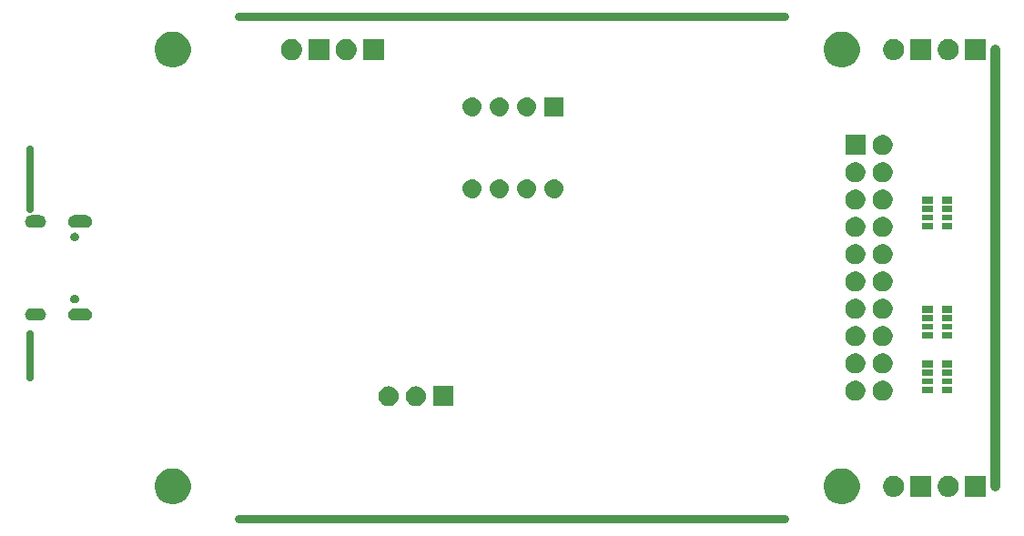
<source format=gbs>
G04 #@! TF.GenerationSoftware,KiCad,Pcbnew,5.0.2-bee76a0~70~ubuntu18.04.1*
G04 #@! TF.CreationDate,2019-06-09T10:31:05+02:00*
G04 #@! TF.ProjectId,JTAG-SWD-adapter,4b744c69-6e6b-4416-9461-707465722e6b,rev?*
G04 #@! TF.SameCoordinates,PX18392c0PY54c81a0*
G04 #@! TF.FileFunction,Soldermask,Bot*
G04 #@! TF.FilePolarity,Negative*
%FSLAX46Y46*%
G04 Gerber Fmt 4.6, Leading zero omitted, Abs format (unit mm)*
G04 Created by KiCad (PCBNEW 5.0.2-bee76a0~70~ubuntu18.04.1) date ned 09 jun 2019 10:31:05 CEST*
%MOMM*%
%LPD*%
G01*
G04 APERTURE LIST*
%ADD10C,0.700000*%
%ADD11C,0.900000*%
%ADD12C,0.780000*%
%ADD13C,0.100000*%
G04 APERTURE END LIST*
D10*
X723900Y15201900D02*
X723900Y19265900D01*
X723900Y30886400D02*
X723900Y36449000D01*
D11*
X90424000Y45720000D02*
X90424000Y5080000D01*
D12*
X70866000Y2032000D02*
X20066000Y2032000D01*
X20066000Y48768000D02*
X70866000Y48768000D01*
D13*
G36*
X76690038Y6695439D02*
X76995779Y6568797D01*
X77270938Y6384941D01*
X77504941Y6150938D01*
X77688797Y5875779D01*
X77815439Y5570038D01*
X77880000Y5245466D01*
X77880000Y4914534D01*
X77815439Y4589962D01*
X77688797Y4284221D01*
X77504941Y4009062D01*
X77270938Y3775059D01*
X76995779Y3591203D01*
X76690038Y3464561D01*
X76365466Y3400000D01*
X76034534Y3400000D01*
X75709962Y3464561D01*
X75404221Y3591203D01*
X75129062Y3775059D01*
X74895059Y4009062D01*
X74711203Y4284221D01*
X74584561Y4589962D01*
X74520000Y4914534D01*
X74520000Y5245466D01*
X74584561Y5570038D01*
X74711203Y5875779D01*
X74895059Y6150938D01*
X75129062Y6384941D01*
X75404221Y6568797D01*
X75709962Y6695439D01*
X76034534Y6760000D01*
X76365466Y6760000D01*
X76690038Y6695439D01*
X76690038Y6695439D01*
G37*
G36*
X14460038Y6695439D02*
X14765779Y6568797D01*
X15040938Y6384941D01*
X15274941Y6150938D01*
X15458797Y5875779D01*
X15585439Y5570038D01*
X15650000Y5245466D01*
X15650000Y4914534D01*
X15585439Y4589962D01*
X15458797Y4284221D01*
X15274941Y4009062D01*
X15040938Y3775059D01*
X14765779Y3591203D01*
X14460038Y3464561D01*
X14135466Y3400000D01*
X13804534Y3400000D01*
X13479962Y3464561D01*
X13174221Y3591203D01*
X12899062Y3775059D01*
X12665059Y4009062D01*
X12481203Y4284221D01*
X12354561Y4589962D01*
X12290000Y4914534D01*
X12290000Y5245466D01*
X12354561Y5570038D01*
X12481203Y5875779D01*
X12665059Y6150938D01*
X12899062Y6384941D01*
X13174221Y6568797D01*
X13479962Y6695439D01*
X13804534Y6760000D01*
X14135466Y6760000D01*
X14460038Y6695439D01*
X14460038Y6695439D01*
G37*
G36*
X81248745Y6034893D02*
X81311857Y6022339D01*
X81490204Y5948466D01*
X81598987Y5875779D01*
X81650714Y5841216D01*
X81787216Y5704714D01*
X81787217Y5704712D01*
X81894466Y5544204D01*
X81968339Y5365857D01*
X81968339Y5365856D01*
X82006000Y5176522D01*
X82006000Y4983478D01*
X81992286Y4914534D01*
X81968339Y4794143D01*
X81894466Y4615796D01*
X81877203Y4589961D01*
X81787216Y4455286D01*
X81650714Y4318784D01*
X81610313Y4291789D01*
X81490204Y4211534D01*
X81311857Y4137661D01*
X81248745Y4125107D01*
X81122522Y4100000D01*
X80929478Y4100000D01*
X80803255Y4125107D01*
X80740143Y4137661D01*
X80561796Y4211534D01*
X80441687Y4291789D01*
X80401286Y4318784D01*
X80264784Y4455286D01*
X80174797Y4589961D01*
X80157534Y4615796D01*
X80083661Y4794143D01*
X80059714Y4914534D01*
X80046000Y4983478D01*
X80046000Y5176522D01*
X80083661Y5365856D01*
X80083661Y5365857D01*
X80157534Y5544204D01*
X80264783Y5704712D01*
X80264784Y5704714D01*
X80401286Y5841216D01*
X80453013Y5875779D01*
X80561796Y5948466D01*
X80740143Y6022339D01*
X80803255Y6034893D01*
X80929478Y6060000D01*
X81122522Y6060000D01*
X81248745Y6034893D01*
X81248745Y6034893D01*
G37*
G36*
X84546000Y4100000D02*
X82586000Y4100000D01*
X82586000Y6060000D01*
X84546000Y6060000D01*
X84546000Y4100000D01*
X84546000Y4100000D01*
G37*
G36*
X89626000Y4100000D02*
X87666000Y4100000D01*
X87666000Y6060000D01*
X89626000Y6060000D01*
X89626000Y4100000D01*
X89626000Y4100000D01*
G37*
G36*
X86328745Y6034893D02*
X86391857Y6022339D01*
X86570204Y5948466D01*
X86678987Y5875779D01*
X86730714Y5841216D01*
X86867216Y5704714D01*
X86867217Y5704712D01*
X86974466Y5544204D01*
X87048339Y5365857D01*
X87048339Y5365856D01*
X87086000Y5176522D01*
X87086000Y4983478D01*
X87072286Y4914534D01*
X87048339Y4794143D01*
X86974466Y4615796D01*
X86957203Y4589961D01*
X86867216Y4455286D01*
X86730714Y4318784D01*
X86690313Y4291789D01*
X86570204Y4211534D01*
X86391857Y4137661D01*
X86328745Y4125107D01*
X86202522Y4100000D01*
X86009478Y4100000D01*
X85883255Y4125107D01*
X85820143Y4137661D01*
X85641796Y4211534D01*
X85521687Y4291789D01*
X85481286Y4318784D01*
X85344784Y4455286D01*
X85254797Y4589961D01*
X85237534Y4615796D01*
X85163661Y4794143D01*
X85139714Y4914534D01*
X85126000Y4983478D01*
X85126000Y5176522D01*
X85163661Y5365856D01*
X85163661Y5365857D01*
X85237534Y5544204D01*
X85344783Y5704712D01*
X85344784Y5704714D01*
X85481286Y5841216D01*
X85533013Y5875779D01*
X85641796Y5948466D01*
X85820143Y6022339D01*
X85883255Y6034893D01*
X86009478Y6060000D01*
X86202522Y6060000D01*
X86328745Y6034893D01*
X86328745Y6034893D01*
G37*
G36*
X40046000Y12532000D02*
X38186000Y12532000D01*
X38186000Y14392000D01*
X40046000Y14392000D01*
X40046000Y12532000D01*
X40046000Y12532000D01*
G37*
G36*
X34218312Y14378543D02*
X34393617Y14325364D01*
X34393620Y14325363D01*
X34454426Y14292861D01*
X34555180Y14239008D01*
X34696791Y14122791D01*
X34813008Y13981180D01*
X34866861Y13880426D01*
X34899363Y13819620D01*
X34899364Y13819617D01*
X34952543Y13644312D01*
X34970499Y13462000D01*
X34952543Y13279688D01*
X34899364Y13104383D01*
X34899363Y13104380D01*
X34884054Y13075739D01*
X34813008Y12942820D01*
X34696791Y12801209D01*
X34555180Y12684992D01*
X34454426Y12631139D01*
X34393620Y12598637D01*
X34393617Y12598636D01*
X34218312Y12545457D01*
X34081680Y12532000D01*
X33990320Y12532000D01*
X33853688Y12545457D01*
X33678383Y12598636D01*
X33678380Y12598637D01*
X33617574Y12631139D01*
X33516820Y12684992D01*
X33375209Y12801209D01*
X33258992Y12942820D01*
X33187946Y13075739D01*
X33172637Y13104380D01*
X33172636Y13104383D01*
X33119457Y13279688D01*
X33101501Y13462000D01*
X33119457Y13644312D01*
X33172636Y13819617D01*
X33172637Y13819620D01*
X33205139Y13880426D01*
X33258992Y13981180D01*
X33375209Y14122791D01*
X33516820Y14239008D01*
X33617574Y14292861D01*
X33678380Y14325363D01*
X33678383Y14325364D01*
X33853688Y14378543D01*
X33990320Y14392000D01*
X34081680Y14392000D01*
X34218312Y14378543D01*
X34218312Y14378543D01*
G37*
G36*
X36758312Y14378543D02*
X36933617Y14325364D01*
X36933620Y14325363D01*
X36994426Y14292861D01*
X37095180Y14239008D01*
X37236791Y14122791D01*
X37353008Y13981180D01*
X37406861Y13880426D01*
X37439363Y13819620D01*
X37439364Y13819617D01*
X37492543Y13644312D01*
X37510499Y13462000D01*
X37492543Y13279688D01*
X37439364Y13104383D01*
X37439363Y13104380D01*
X37424054Y13075739D01*
X37353008Y12942820D01*
X37236791Y12801209D01*
X37095180Y12684992D01*
X36994426Y12631139D01*
X36933620Y12598637D01*
X36933617Y12598636D01*
X36758312Y12545457D01*
X36621680Y12532000D01*
X36530320Y12532000D01*
X36393688Y12545457D01*
X36218383Y12598636D01*
X36218380Y12598637D01*
X36157574Y12631139D01*
X36056820Y12684992D01*
X35915209Y12801209D01*
X35798992Y12942820D01*
X35727946Y13075739D01*
X35712637Y13104380D01*
X35712636Y13104383D01*
X35659457Y13279688D01*
X35641501Y13462000D01*
X35659457Y13644312D01*
X35712636Y13819617D01*
X35712637Y13819620D01*
X35745139Y13880426D01*
X35798992Y13981180D01*
X35915209Y14122791D01*
X36056820Y14239008D01*
X36157574Y14292861D01*
X36218380Y14325363D01*
X36218383Y14325364D01*
X36393688Y14378543D01*
X36530320Y14392000D01*
X36621680Y14392000D01*
X36758312Y14378543D01*
X36758312Y14378543D01*
G37*
G36*
X80281271Y14864261D02*
X80450520Y14794155D01*
X80602841Y14692378D01*
X80732378Y14562841D01*
X80834155Y14410520D01*
X80904261Y14241271D01*
X80940000Y14061597D01*
X80940000Y13878403D01*
X80904261Y13698729D01*
X80834155Y13529480D01*
X80732378Y13377159D01*
X80602841Y13247622D01*
X80450520Y13145845D01*
X80281271Y13075739D01*
X80101597Y13040000D01*
X79918403Y13040000D01*
X79738729Y13075739D01*
X79569480Y13145845D01*
X79417159Y13247622D01*
X79287622Y13377159D01*
X79185845Y13529480D01*
X79115739Y13698729D01*
X79080000Y13878403D01*
X79080000Y14061597D01*
X79115739Y14241271D01*
X79185845Y14410520D01*
X79287622Y14562841D01*
X79417159Y14692378D01*
X79569480Y14794155D01*
X79738729Y14864261D01*
X79918403Y14900000D01*
X80101597Y14900000D01*
X80281271Y14864261D01*
X80281271Y14864261D01*
G37*
G36*
X77741271Y14864261D02*
X77910520Y14794155D01*
X78062841Y14692378D01*
X78192378Y14562841D01*
X78294155Y14410520D01*
X78364261Y14241271D01*
X78400000Y14061597D01*
X78400000Y13878403D01*
X78364261Y13698729D01*
X78294155Y13529480D01*
X78192378Y13377159D01*
X78062841Y13247622D01*
X77910520Y13145845D01*
X77741271Y13075739D01*
X77561597Y13040000D01*
X77378403Y13040000D01*
X77198729Y13075739D01*
X77029480Y13145845D01*
X76877159Y13247622D01*
X76747622Y13377159D01*
X76645845Y13529480D01*
X76575739Y13698729D01*
X76540000Y13878403D01*
X76540000Y14061597D01*
X76575739Y14241271D01*
X76645845Y14410520D01*
X76747622Y14562841D01*
X76877159Y14692378D01*
X77029480Y14794155D01*
X77198729Y14864261D01*
X77378403Y14900000D01*
X77561597Y14900000D01*
X77741271Y14864261D01*
X77741271Y14864261D01*
G37*
G36*
X84670000Y13710000D02*
X83710000Y13710000D01*
X83710000Y14370000D01*
X84670000Y14370000D01*
X84670000Y13710000D01*
X84670000Y13710000D01*
G37*
G36*
X86470000Y13710000D02*
X85510000Y13710000D01*
X85510000Y14370000D01*
X86470000Y14370000D01*
X86470000Y13710000D01*
X86470000Y13710000D01*
G37*
G36*
X84670000Y14560000D02*
X83710000Y14560000D01*
X83710000Y15120000D01*
X84670000Y15120000D01*
X84670000Y14560000D01*
X84670000Y14560000D01*
G37*
G36*
X86470000Y14560000D02*
X85510000Y14560000D01*
X85510000Y15120000D01*
X86470000Y15120000D01*
X86470000Y14560000D01*
X86470000Y14560000D01*
G37*
G36*
X86470000Y15360000D02*
X85510000Y15360000D01*
X85510000Y15920000D01*
X86470000Y15920000D01*
X86470000Y15360000D01*
X86470000Y15360000D01*
G37*
G36*
X84670000Y15360000D02*
X83710000Y15360000D01*
X83710000Y15920000D01*
X84670000Y15920000D01*
X84670000Y15360000D01*
X84670000Y15360000D01*
G37*
G36*
X80281271Y17404261D02*
X80450520Y17334155D01*
X80602841Y17232378D01*
X80732378Y17102841D01*
X80834155Y16950520D01*
X80904261Y16781271D01*
X80940000Y16601597D01*
X80940000Y16418403D01*
X80904261Y16238729D01*
X80834155Y16069480D01*
X80732378Y15917159D01*
X80602841Y15787622D01*
X80450520Y15685845D01*
X80281271Y15615739D01*
X80101597Y15580000D01*
X79918403Y15580000D01*
X79738729Y15615739D01*
X79569480Y15685845D01*
X79417159Y15787622D01*
X79287622Y15917159D01*
X79185845Y16069480D01*
X79115739Y16238729D01*
X79080000Y16418403D01*
X79080000Y16601597D01*
X79115739Y16781271D01*
X79185845Y16950520D01*
X79287622Y17102841D01*
X79417159Y17232378D01*
X79569480Y17334155D01*
X79738729Y17404261D01*
X79918403Y17440000D01*
X80101597Y17440000D01*
X80281271Y17404261D01*
X80281271Y17404261D01*
G37*
G36*
X77741271Y17404261D02*
X77910520Y17334155D01*
X78062841Y17232378D01*
X78192378Y17102841D01*
X78294155Y16950520D01*
X78364261Y16781271D01*
X78400000Y16601597D01*
X78400000Y16418403D01*
X78364261Y16238729D01*
X78294155Y16069480D01*
X78192378Y15917159D01*
X78062841Y15787622D01*
X77910520Y15685845D01*
X77741271Y15615739D01*
X77561597Y15580000D01*
X77378403Y15580000D01*
X77198729Y15615739D01*
X77029480Y15685845D01*
X76877159Y15787622D01*
X76747622Y15917159D01*
X76645845Y16069480D01*
X76575739Y16238729D01*
X76540000Y16418403D01*
X76540000Y16601597D01*
X76575739Y16781271D01*
X76645845Y16950520D01*
X76747622Y17102841D01*
X76877159Y17232378D01*
X77029480Y17334155D01*
X77198729Y17404261D01*
X77378403Y17440000D01*
X77561597Y17440000D01*
X77741271Y17404261D01*
X77741271Y17404261D01*
G37*
G36*
X86470000Y16110000D02*
X85510000Y16110000D01*
X85510000Y16770000D01*
X86470000Y16770000D01*
X86470000Y16110000D01*
X86470000Y16110000D01*
G37*
G36*
X84670000Y16110000D02*
X83710000Y16110000D01*
X83710000Y16770000D01*
X84670000Y16770000D01*
X84670000Y16110000D01*
X84670000Y16110000D01*
G37*
G36*
X80281271Y19944261D02*
X80450520Y19874155D01*
X80602841Y19772378D01*
X80732378Y19642841D01*
X80834155Y19490520D01*
X80904261Y19321271D01*
X80940000Y19141597D01*
X80940000Y18958403D01*
X80904261Y18778729D01*
X80834155Y18609480D01*
X80732378Y18457159D01*
X80602841Y18327622D01*
X80450520Y18225845D01*
X80281271Y18155739D01*
X80101597Y18120000D01*
X79918403Y18120000D01*
X79738729Y18155739D01*
X79569480Y18225845D01*
X79417159Y18327622D01*
X79287622Y18457159D01*
X79185845Y18609480D01*
X79115739Y18778729D01*
X79080000Y18958403D01*
X79080000Y19141597D01*
X79115739Y19321271D01*
X79185845Y19490520D01*
X79287622Y19642841D01*
X79417159Y19772378D01*
X79569480Y19874155D01*
X79738729Y19944261D01*
X79918403Y19980000D01*
X80101597Y19980000D01*
X80281271Y19944261D01*
X80281271Y19944261D01*
G37*
G36*
X77741271Y19944261D02*
X77910520Y19874155D01*
X78062841Y19772378D01*
X78192378Y19642841D01*
X78294155Y19490520D01*
X78364261Y19321271D01*
X78400000Y19141597D01*
X78400000Y18958403D01*
X78364261Y18778729D01*
X78294155Y18609480D01*
X78192378Y18457159D01*
X78062841Y18327622D01*
X77910520Y18225845D01*
X77741271Y18155739D01*
X77561597Y18120000D01*
X77378403Y18120000D01*
X77198729Y18155739D01*
X77029480Y18225845D01*
X76877159Y18327622D01*
X76747622Y18457159D01*
X76645845Y18609480D01*
X76575739Y18778729D01*
X76540000Y18958403D01*
X76540000Y19141597D01*
X76575739Y19321271D01*
X76645845Y19490520D01*
X76747622Y19642841D01*
X76877159Y19772378D01*
X77029480Y19874155D01*
X77198729Y19944261D01*
X77378403Y19980000D01*
X77561597Y19980000D01*
X77741271Y19944261D01*
X77741271Y19944261D01*
G37*
G36*
X84670000Y18790000D02*
X83710000Y18790000D01*
X83710000Y19450000D01*
X84670000Y19450000D01*
X84670000Y18790000D01*
X84670000Y18790000D01*
G37*
G36*
X86470000Y18790000D02*
X85510000Y18790000D01*
X85510000Y19450000D01*
X86470000Y19450000D01*
X86470000Y18790000D01*
X86470000Y18790000D01*
G37*
G36*
X84670000Y19640000D02*
X83710000Y19640000D01*
X83710000Y20200000D01*
X84670000Y20200000D01*
X84670000Y19640000D01*
X84670000Y19640000D01*
G37*
G36*
X86470000Y19640000D02*
X85510000Y19640000D01*
X85510000Y20200000D01*
X86470000Y20200000D01*
X86470000Y19640000D01*
X86470000Y19640000D01*
G37*
G36*
X86470000Y20440000D02*
X85510000Y20440000D01*
X85510000Y21000000D01*
X86470000Y21000000D01*
X86470000Y20440000D01*
X86470000Y20440000D01*
G37*
G36*
X84670000Y20440000D02*
X83710000Y20440000D01*
X83710000Y21000000D01*
X84670000Y21000000D01*
X84670000Y20440000D01*
X84670000Y20440000D01*
G37*
G36*
X6023700Y21651608D02*
X6023703Y21651607D01*
X6023704Y21651607D01*
X6133028Y21618444D01*
X6133030Y21618443D01*
X6233790Y21564585D01*
X6322106Y21492106D01*
X6394585Y21403790D01*
X6448443Y21303030D01*
X6481608Y21193700D01*
X6492806Y21080000D01*
X6481608Y20966300D01*
X6481607Y20966297D01*
X6481607Y20966296D01*
X6448444Y20856972D01*
X6394585Y20756210D01*
X6322106Y20667894D01*
X6233790Y20595415D01*
X6133028Y20541556D01*
X6023704Y20508393D01*
X6023703Y20508393D01*
X6023700Y20508392D01*
X5938491Y20500000D01*
X4781509Y20500000D01*
X4696300Y20508392D01*
X4696297Y20508393D01*
X4696296Y20508393D01*
X4586972Y20541556D01*
X4486210Y20595415D01*
X4397894Y20667894D01*
X4325415Y20756210D01*
X4271556Y20856972D01*
X4238393Y20966296D01*
X4238393Y20966297D01*
X4238392Y20966300D01*
X4227194Y21080000D01*
X4238392Y21193700D01*
X4271557Y21303030D01*
X4325415Y21403790D01*
X4397894Y21492106D01*
X4486210Y21564585D01*
X4586970Y21618443D01*
X4586972Y21618444D01*
X4696296Y21651607D01*
X4696297Y21651607D01*
X4696300Y21651608D01*
X4781509Y21660000D01*
X5938491Y21660000D01*
X6023700Y21651608D01*
X6023700Y21651608D01*
G37*
G36*
X1723700Y21651608D02*
X1723703Y21651607D01*
X1723704Y21651607D01*
X1833028Y21618444D01*
X1833030Y21618443D01*
X1933790Y21564585D01*
X2022106Y21492106D01*
X2094585Y21403790D01*
X2148443Y21303030D01*
X2181608Y21193700D01*
X2192806Y21080000D01*
X2181608Y20966300D01*
X2181607Y20966297D01*
X2181607Y20966296D01*
X2148444Y20856972D01*
X2094585Y20756210D01*
X2022106Y20667894D01*
X1933790Y20595415D01*
X1833028Y20541556D01*
X1723704Y20508393D01*
X1723703Y20508393D01*
X1723700Y20508392D01*
X1638491Y20500000D01*
X781509Y20500000D01*
X696300Y20508392D01*
X696297Y20508393D01*
X696296Y20508393D01*
X586972Y20541556D01*
X486210Y20595415D01*
X397894Y20667894D01*
X325415Y20756210D01*
X271556Y20856972D01*
X238393Y20966296D01*
X238393Y20966297D01*
X238392Y20966300D01*
X227194Y21080000D01*
X238392Y21193700D01*
X271557Y21303030D01*
X325415Y21403790D01*
X397894Y21492106D01*
X486210Y21564585D01*
X586970Y21618443D01*
X586972Y21618444D01*
X696296Y21651607D01*
X696297Y21651607D01*
X696300Y21651608D01*
X781509Y21660000D01*
X1638491Y21660000D01*
X1723700Y21651608D01*
X1723700Y21651608D01*
G37*
G36*
X80281271Y22484261D02*
X80450520Y22414155D01*
X80602841Y22312378D01*
X80732378Y22182841D01*
X80834155Y22030520D01*
X80904261Y21861271D01*
X80940000Y21681597D01*
X80940000Y21498403D01*
X80904261Y21318729D01*
X80834155Y21149480D01*
X80732378Y20997159D01*
X80602841Y20867622D01*
X80450520Y20765845D01*
X80281271Y20695739D01*
X80101597Y20660000D01*
X79918403Y20660000D01*
X79738729Y20695739D01*
X79569480Y20765845D01*
X79417159Y20867622D01*
X79287622Y20997159D01*
X79185845Y21149480D01*
X79115739Y21318729D01*
X79080000Y21498403D01*
X79080000Y21681597D01*
X79115739Y21861271D01*
X79185845Y22030520D01*
X79287622Y22182841D01*
X79417159Y22312378D01*
X79569480Y22414155D01*
X79738729Y22484261D01*
X79918403Y22520000D01*
X80101597Y22520000D01*
X80281271Y22484261D01*
X80281271Y22484261D01*
G37*
G36*
X77741271Y22484261D02*
X77910520Y22414155D01*
X78062841Y22312378D01*
X78192378Y22182841D01*
X78294155Y22030520D01*
X78364261Y21861271D01*
X78400000Y21681597D01*
X78400000Y21498403D01*
X78364261Y21318729D01*
X78294155Y21149480D01*
X78192378Y20997159D01*
X78062841Y20867622D01*
X77910520Y20765845D01*
X77741271Y20695739D01*
X77561597Y20660000D01*
X77378403Y20660000D01*
X77198729Y20695739D01*
X77029480Y20765845D01*
X76877159Y20867622D01*
X76747622Y20997159D01*
X76645845Y21149480D01*
X76575739Y21318729D01*
X76540000Y21498403D01*
X76540000Y21681597D01*
X76575739Y21861271D01*
X76645845Y22030520D01*
X76747622Y22182841D01*
X76877159Y22312378D01*
X77029480Y22414155D01*
X77198729Y22484261D01*
X77378403Y22520000D01*
X77561597Y22520000D01*
X77741271Y22484261D01*
X77741271Y22484261D01*
G37*
G36*
X84670000Y21190000D02*
X83710000Y21190000D01*
X83710000Y21850000D01*
X84670000Y21850000D01*
X84670000Y21190000D01*
X84670000Y21190000D01*
G37*
G36*
X86470000Y21190000D02*
X85510000Y21190000D01*
X85510000Y21850000D01*
X86470000Y21850000D01*
X86470000Y21190000D01*
X86470000Y21190000D01*
G37*
G36*
X4952052Y22904624D02*
X4978135Y22899436D01*
X5051840Y22868907D01*
X5118173Y22824584D01*
X5174584Y22768173D01*
X5218907Y22701840D01*
X5249436Y22628134D01*
X5265000Y22549889D01*
X5265000Y22470111D01*
X5249436Y22391866D01*
X5218907Y22318160D01*
X5174584Y22251827D01*
X5118173Y22195416D01*
X5099353Y22182841D01*
X5051840Y22151093D01*
X4978135Y22120564D01*
X4952052Y22115376D01*
X4899889Y22105000D01*
X4820111Y22105000D01*
X4767948Y22115376D01*
X4741865Y22120564D01*
X4668160Y22151093D01*
X4620647Y22182841D01*
X4601827Y22195416D01*
X4545416Y22251827D01*
X4501093Y22318160D01*
X4470564Y22391866D01*
X4455000Y22470111D01*
X4455000Y22549889D01*
X4470564Y22628134D01*
X4501093Y22701840D01*
X4545416Y22768173D01*
X4601827Y22824584D01*
X4668160Y22868907D01*
X4741865Y22899436D01*
X4767948Y22904624D01*
X4820111Y22915000D01*
X4899889Y22915000D01*
X4952052Y22904624D01*
X4952052Y22904624D01*
G37*
G36*
X80281271Y25024261D02*
X80450520Y24954155D01*
X80602841Y24852378D01*
X80732378Y24722841D01*
X80834155Y24570520D01*
X80904261Y24401271D01*
X80940000Y24221597D01*
X80940000Y24038403D01*
X80904261Y23858729D01*
X80834155Y23689480D01*
X80732378Y23537159D01*
X80602841Y23407622D01*
X80450520Y23305845D01*
X80281271Y23235739D01*
X80101597Y23200000D01*
X79918403Y23200000D01*
X79738729Y23235739D01*
X79569480Y23305845D01*
X79417159Y23407622D01*
X79287622Y23537159D01*
X79185845Y23689480D01*
X79115739Y23858729D01*
X79080000Y24038403D01*
X79080000Y24221597D01*
X79115739Y24401271D01*
X79185845Y24570520D01*
X79287622Y24722841D01*
X79417159Y24852378D01*
X79569480Y24954155D01*
X79738729Y25024261D01*
X79918403Y25060000D01*
X80101597Y25060000D01*
X80281271Y25024261D01*
X80281271Y25024261D01*
G37*
G36*
X77741271Y25024261D02*
X77910520Y24954155D01*
X78062841Y24852378D01*
X78192378Y24722841D01*
X78294155Y24570520D01*
X78364261Y24401271D01*
X78400000Y24221597D01*
X78400000Y24038403D01*
X78364261Y23858729D01*
X78294155Y23689480D01*
X78192378Y23537159D01*
X78062841Y23407622D01*
X77910520Y23305845D01*
X77741271Y23235739D01*
X77561597Y23200000D01*
X77378403Y23200000D01*
X77198729Y23235739D01*
X77029480Y23305845D01*
X76877159Y23407622D01*
X76747622Y23537159D01*
X76645845Y23689480D01*
X76575739Y23858729D01*
X76540000Y24038403D01*
X76540000Y24221597D01*
X76575739Y24401271D01*
X76645845Y24570520D01*
X76747622Y24722841D01*
X76877159Y24852378D01*
X77029480Y24954155D01*
X77198729Y25024261D01*
X77378403Y25060000D01*
X77561597Y25060000D01*
X77741271Y25024261D01*
X77741271Y25024261D01*
G37*
G36*
X80281271Y27564261D02*
X80450520Y27494155D01*
X80602841Y27392378D01*
X80732378Y27262841D01*
X80834155Y27110520D01*
X80904261Y26941271D01*
X80940000Y26761597D01*
X80940000Y26578403D01*
X80904261Y26398729D01*
X80834155Y26229480D01*
X80732378Y26077159D01*
X80602841Y25947622D01*
X80450520Y25845845D01*
X80281271Y25775739D01*
X80101597Y25740000D01*
X79918403Y25740000D01*
X79738729Y25775739D01*
X79569480Y25845845D01*
X79417159Y25947622D01*
X79287622Y26077159D01*
X79185845Y26229480D01*
X79115739Y26398729D01*
X79080000Y26578403D01*
X79080000Y26761597D01*
X79115739Y26941271D01*
X79185845Y27110520D01*
X79287622Y27262841D01*
X79417159Y27392378D01*
X79569480Y27494155D01*
X79738729Y27564261D01*
X79918403Y27600000D01*
X80101597Y27600000D01*
X80281271Y27564261D01*
X80281271Y27564261D01*
G37*
G36*
X77741271Y27564261D02*
X77910520Y27494155D01*
X78062841Y27392378D01*
X78192378Y27262841D01*
X78294155Y27110520D01*
X78364261Y26941271D01*
X78400000Y26761597D01*
X78400000Y26578403D01*
X78364261Y26398729D01*
X78294155Y26229480D01*
X78192378Y26077159D01*
X78062841Y25947622D01*
X77910520Y25845845D01*
X77741271Y25775739D01*
X77561597Y25740000D01*
X77378403Y25740000D01*
X77198729Y25775739D01*
X77029480Y25845845D01*
X76877159Y25947622D01*
X76747622Y26077159D01*
X76645845Y26229480D01*
X76575739Y26398729D01*
X76540000Y26578403D01*
X76540000Y26761597D01*
X76575739Y26941271D01*
X76645845Y27110520D01*
X76747622Y27262841D01*
X76877159Y27392378D01*
X77029480Y27494155D01*
X77198729Y27564261D01*
X77378403Y27600000D01*
X77561597Y27600000D01*
X77741271Y27564261D01*
X77741271Y27564261D01*
G37*
G36*
X4952052Y28684624D02*
X4978135Y28679436D01*
X5051840Y28648907D01*
X5118173Y28604584D01*
X5174584Y28548173D01*
X5218907Y28481840D01*
X5249436Y28408134D01*
X5265000Y28329889D01*
X5265000Y28250111D01*
X5249436Y28171866D01*
X5218907Y28098160D01*
X5174584Y28031827D01*
X5118173Y27975416D01*
X5051840Y27931093D01*
X4978135Y27900564D01*
X4952052Y27895376D01*
X4899889Y27885000D01*
X4820111Y27885000D01*
X4767948Y27895376D01*
X4741865Y27900564D01*
X4668160Y27931093D01*
X4601827Y27975416D01*
X4545416Y28031827D01*
X4501093Y28098160D01*
X4470564Y28171866D01*
X4455000Y28250111D01*
X4455000Y28329889D01*
X4470564Y28408134D01*
X4501093Y28481840D01*
X4545416Y28548173D01*
X4601827Y28604584D01*
X4668160Y28648907D01*
X4741865Y28679436D01*
X4767948Y28684624D01*
X4820111Y28695000D01*
X4899889Y28695000D01*
X4952052Y28684624D01*
X4952052Y28684624D01*
G37*
G36*
X77741271Y30104261D02*
X77910520Y30034155D01*
X78062841Y29932378D01*
X78192378Y29802841D01*
X78294155Y29650520D01*
X78364261Y29481271D01*
X78400000Y29301597D01*
X78400000Y29118403D01*
X78364261Y28938729D01*
X78294155Y28769480D01*
X78192378Y28617159D01*
X78062841Y28487622D01*
X77910520Y28385845D01*
X77741271Y28315739D01*
X77561597Y28280000D01*
X77378403Y28280000D01*
X77198729Y28315739D01*
X77029480Y28385845D01*
X76877159Y28487622D01*
X76747622Y28617159D01*
X76645845Y28769480D01*
X76575739Y28938729D01*
X76540000Y29118403D01*
X76540000Y29301597D01*
X76575739Y29481271D01*
X76645845Y29650520D01*
X76747622Y29802841D01*
X76877159Y29932378D01*
X77029480Y30034155D01*
X77198729Y30104261D01*
X77378403Y30140000D01*
X77561597Y30140000D01*
X77741271Y30104261D01*
X77741271Y30104261D01*
G37*
G36*
X80281271Y30104261D02*
X80450520Y30034155D01*
X80602841Y29932378D01*
X80732378Y29802841D01*
X80834155Y29650520D01*
X80904261Y29481271D01*
X80940000Y29301597D01*
X80940000Y29118403D01*
X80904261Y28938729D01*
X80834155Y28769480D01*
X80732378Y28617159D01*
X80602841Y28487622D01*
X80450520Y28385845D01*
X80281271Y28315739D01*
X80101597Y28280000D01*
X79918403Y28280000D01*
X79738729Y28315739D01*
X79569480Y28385845D01*
X79417159Y28487622D01*
X79287622Y28617159D01*
X79185845Y28769480D01*
X79115739Y28938729D01*
X79080000Y29118403D01*
X79080000Y29301597D01*
X79115739Y29481271D01*
X79185845Y29650520D01*
X79287622Y29802841D01*
X79417159Y29932378D01*
X79569480Y30034155D01*
X79738729Y30104261D01*
X79918403Y30140000D01*
X80101597Y30140000D01*
X80281271Y30104261D01*
X80281271Y30104261D01*
G37*
G36*
X84670000Y28950000D02*
X83710000Y28950000D01*
X83710000Y29610000D01*
X84670000Y29610000D01*
X84670000Y28950000D01*
X84670000Y28950000D01*
G37*
G36*
X86470000Y28950000D02*
X85510000Y28950000D01*
X85510000Y29610000D01*
X86470000Y29610000D01*
X86470000Y28950000D01*
X86470000Y28950000D01*
G37*
G36*
X6023700Y30291608D02*
X6023703Y30291607D01*
X6023704Y30291607D01*
X6133028Y30258444D01*
X6233790Y30204585D01*
X6322106Y30132106D01*
X6394585Y30043790D01*
X6448444Y29943028D01*
X6481607Y29833704D01*
X6481608Y29833700D01*
X6492806Y29720000D01*
X6481608Y29606300D01*
X6481607Y29606297D01*
X6481607Y29606296D01*
X6448444Y29496972D01*
X6394585Y29396210D01*
X6322106Y29307894D01*
X6233790Y29235415D01*
X6133028Y29181556D01*
X6023704Y29148393D01*
X6023703Y29148393D01*
X6023700Y29148392D01*
X5938491Y29140000D01*
X4781509Y29140000D01*
X4696300Y29148392D01*
X4696297Y29148393D01*
X4696296Y29148393D01*
X4586972Y29181556D01*
X4486210Y29235415D01*
X4397894Y29307894D01*
X4325415Y29396210D01*
X4271556Y29496972D01*
X4238393Y29606296D01*
X4238393Y29606297D01*
X4238392Y29606300D01*
X4227194Y29720000D01*
X4238392Y29833700D01*
X4238393Y29833704D01*
X4271556Y29943028D01*
X4325415Y30043790D01*
X4397894Y30132106D01*
X4486210Y30204585D01*
X4586972Y30258444D01*
X4696296Y30291607D01*
X4696297Y30291607D01*
X4696300Y30291608D01*
X4781509Y30300000D01*
X5938491Y30300000D01*
X6023700Y30291608D01*
X6023700Y30291608D01*
G37*
G36*
X1723700Y30291608D02*
X1723703Y30291607D01*
X1723704Y30291607D01*
X1833028Y30258444D01*
X1933790Y30204585D01*
X2022106Y30132106D01*
X2094585Y30043790D01*
X2148444Y29943028D01*
X2181607Y29833704D01*
X2181608Y29833700D01*
X2192806Y29720000D01*
X2181608Y29606300D01*
X2181607Y29606297D01*
X2181607Y29606296D01*
X2148444Y29496972D01*
X2094585Y29396210D01*
X2022106Y29307894D01*
X1933790Y29235415D01*
X1833028Y29181556D01*
X1723704Y29148393D01*
X1723703Y29148393D01*
X1723700Y29148392D01*
X1638491Y29140000D01*
X781509Y29140000D01*
X696300Y29148392D01*
X696297Y29148393D01*
X696296Y29148393D01*
X586972Y29181556D01*
X486210Y29235415D01*
X397894Y29307894D01*
X325415Y29396210D01*
X271556Y29496972D01*
X238393Y29606296D01*
X238393Y29606297D01*
X238392Y29606300D01*
X227194Y29720000D01*
X238392Y29833700D01*
X238393Y29833704D01*
X271556Y29943028D01*
X325415Y30043790D01*
X397894Y30132106D01*
X486210Y30204585D01*
X586972Y30258444D01*
X696296Y30291607D01*
X696297Y30291607D01*
X696300Y30291608D01*
X781509Y30300000D01*
X1638491Y30300000D01*
X1723700Y30291608D01*
X1723700Y30291608D01*
G37*
G36*
X86470000Y29800000D02*
X85510000Y29800000D01*
X85510000Y30360000D01*
X86470000Y30360000D01*
X86470000Y29800000D01*
X86470000Y29800000D01*
G37*
G36*
X84670000Y29800000D02*
X83710000Y29800000D01*
X83710000Y30360000D01*
X84670000Y30360000D01*
X84670000Y29800000D01*
X84670000Y29800000D01*
G37*
G36*
X86470000Y30600000D02*
X85510000Y30600000D01*
X85510000Y31160000D01*
X86470000Y31160000D01*
X86470000Y30600000D01*
X86470000Y30600000D01*
G37*
G36*
X84670000Y30600000D02*
X83710000Y30600000D01*
X83710000Y31160000D01*
X84670000Y31160000D01*
X84670000Y30600000D01*
X84670000Y30600000D01*
G37*
G36*
X80281271Y32644261D02*
X80450520Y32574155D01*
X80602841Y32472378D01*
X80732378Y32342841D01*
X80834155Y32190520D01*
X80904261Y32021271D01*
X80940000Y31841597D01*
X80940000Y31658403D01*
X80904261Y31478729D01*
X80834155Y31309480D01*
X80732378Y31157159D01*
X80602841Y31027622D01*
X80450520Y30925845D01*
X80281271Y30855739D01*
X80101597Y30820000D01*
X79918403Y30820000D01*
X79738729Y30855739D01*
X79569480Y30925845D01*
X79417159Y31027622D01*
X79287622Y31157159D01*
X79185845Y31309480D01*
X79115739Y31478729D01*
X79080000Y31658403D01*
X79080000Y31841597D01*
X79115739Y32021271D01*
X79185845Y32190520D01*
X79287622Y32342841D01*
X79417159Y32472378D01*
X79569480Y32574155D01*
X79738729Y32644261D01*
X79918403Y32680000D01*
X80101597Y32680000D01*
X80281271Y32644261D01*
X80281271Y32644261D01*
G37*
G36*
X77741271Y32644261D02*
X77910520Y32574155D01*
X78062841Y32472378D01*
X78192378Y32342841D01*
X78294155Y32190520D01*
X78364261Y32021271D01*
X78400000Y31841597D01*
X78400000Y31658403D01*
X78364261Y31478729D01*
X78294155Y31309480D01*
X78192378Y31157159D01*
X78062841Y31027622D01*
X77910520Y30925845D01*
X77741271Y30855739D01*
X77561597Y30820000D01*
X77378403Y30820000D01*
X77198729Y30855739D01*
X77029480Y30925845D01*
X76877159Y31027622D01*
X76747622Y31157159D01*
X76645845Y31309480D01*
X76575739Y31478729D01*
X76540000Y31658403D01*
X76540000Y31841597D01*
X76575739Y32021271D01*
X76645845Y32190520D01*
X76747622Y32342841D01*
X76877159Y32472378D01*
X77029480Y32574155D01*
X77198729Y32644261D01*
X77378403Y32680000D01*
X77561597Y32680000D01*
X77741271Y32644261D01*
X77741271Y32644261D01*
G37*
G36*
X84670000Y31350000D02*
X83710000Y31350000D01*
X83710000Y32010000D01*
X84670000Y32010000D01*
X84670000Y31350000D01*
X84670000Y31350000D01*
G37*
G36*
X86470000Y31350000D02*
X85510000Y31350000D01*
X85510000Y32010000D01*
X86470000Y32010000D01*
X86470000Y31350000D01*
X86470000Y31350000D01*
G37*
G36*
X41991070Y33640626D02*
X42156951Y33590307D01*
X42309827Y33508593D01*
X42443824Y33398624D01*
X42553793Y33264627D01*
X42635507Y33111751D01*
X42685826Y32945870D01*
X42702817Y32773360D01*
X42685826Y32600850D01*
X42635507Y32434969D01*
X42553793Y32282093D01*
X42443824Y32148096D01*
X42309827Y32038127D01*
X42156951Y31956413D01*
X41991070Y31906094D01*
X41861781Y31893360D01*
X41775339Y31893360D01*
X41646050Y31906094D01*
X41480169Y31956413D01*
X41327293Y32038127D01*
X41193296Y32148096D01*
X41083327Y32282093D01*
X41001613Y32434969D01*
X40951294Y32600850D01*
X40934303Y32773360D01*
X40951294Y32945870D01*
X41001613Y33111751D01*
X41083327Y33264627D01*
X41193296Y33398624D01*
X41327293Y33508593D01*
X41480169Y33590307D01*
X41646050Y33640626D01*
X41775339Y33653360D01*
X41861781Y33653360D01*
X41991070Y33640626D01*
X41991070Y33640626D01*
G37*
G36*
X47071070Y33640626D02*
X47236951Y33590307D01*
X47389827Y33508593D01*
X47523824Y33398624D01*
X47633793Y33264627D01*
X47715507Y33111751D01*
X47765826Y32945870D01*
X47782817Y32773360D01*
X47765826Y32600850D01*
X47715507Y32434969D01*
X47633793Y32282093D01*
X47523824Y32148096D01*
X47389827Y32038127D01*
X47236951Y31956413D01*
X47071070Y31906094D01*
X46941781Y31893360D01*
X46855339Y31893360D01*
X46726050Y31906094D01*
X46560169Y31956413D01*
X46407293Y32038127D01*
X46273296Y32148096D01*
X46163327Y32282093D01*
X46081613Y32434969D01*
X46031294Y32600850D01*
X46014303Y32773360D01*
X46031294Y32945870D01*
X46081613Y33111751D01*
X46163327Y33264627D01*
X46273296Y33398624D01*
X46407293Y33508593D01*
X46560169Y33590307D01*
X46726050Y33640626D01*
X46855339Y33653360D01*
X46941781Y33653360D01*
X47071070Y33640626D01*
X47071070Y33640626D01*
G37*
G36*
X44531070Y33640626D02*
X44696951Y33590307D01*
X44849827Y33508593D01*
X44983824Y33398624D01*
X45093793Y33264627D01*
X45175507Y33111751D01*
X45225826Y32945870D01*
X45242817Y32773360D01*
X45225826Y32600850D01*
X45175507Y32434969D01*
X45093793Y32282093D01*
X44983824Y32148096D01*
X44849827Y32038127D01*
X44696951Y31956413D01*
X44531070Y31906094D01*
X44401781Y31893360D01*
X44315339Y31893360D01*
X44186050Y31906094D01*
X44020169Y31956413D01*
X43867293Y32038127D01*
X43733296Y32148096D01*
X43623327Y32282093D01*
X43541613Y32434969D01*
X43491294Y32600850D01*
X43474303Y32773360D01*
X43491294Y32945870D01*
X43541613Y33111751D01*
X43623327Y33264627D01*
X43733296Y33398624D01*
X43867293Y33508593D01*
X44020169Y33590307D01*
X44186050Y33640626D01*
X44315339Y33653360D01*
X44401781Y33653360D01*
X44531070Y33640626D01*
X44531070Y33640626D01*
G37*
G36*
X49611070Y33640626D02*
X49776951Y33590307D01*
X49929827Y33508593D01*
X50063824Y33398624D01*
X50173793Y33264627D01*
X50255507Y33111751D01*
X50305826Y32945870D01*
X50322817Y32773360D01*
X50305826Y32600850D01*
X50255507Y32434969D01*
X50173793Y32282093D01*
X50063824Y32148096D01*
X49929827Y32038127D01*
X49776951Y31956413D01*
X49611070Y31906094D01*
X49481781Y31893360D01*
X49395339Y31893360D01*
X49266050Y31906094D01*
X49100169Y31956413D01*
X48947293Y32038127D01*
X48813296Y32148096D01*
X48703327Y32282093D01*
X48621613Y32434969D01*
X48571294Y32600850D01*
X48554303Y32773360D01*
X48571294Y32945870D01*
X48621613Y33111751D01*
X48703327Y33264627D01*
X48813296Y33398624D01*
X48947293Y33508593D01*
X49100169Y33590307D01*
X49266050Y33640626D01*
X49395339Y33653360D01*
X49481781Y33653360D01*
X49611070Y33640626D01*
X49611070Y33640626D01*
G37*
G36*
X80281271Y35184261D02*
X80450520Y35114155D01*
X80602841Y35012378D01*
X80732378Y34882841D01*
X80834155Y34730520D01*
X80904261Y34561271D01*
X80940000Y34381597D01*
X80940000Y34198403D01*
X80904261Y34018729D01*
X80834155Y33849480D01*
X80732378Y33697159D01*
X80602841Y33567622D01*
X80450520Y33465845D01*
X80281271Y33395739D01*
X80101597Y33360000D01*
X79918403Y33360000D01*
X79738729Y33395739D01*
X79569480Y33465845D01*
X79417159Y33567622D01*
X79287622Y33697159D01*
X79185845Y33849480D01*
X79115739Y34018729D01*
X79080000Y34198403D01*
X79080000Y34381597D01*
X79115739Y34561271D01*
X79185845Y34730520D01*
X79287622Y34882841D01*
X79417159Y35012378D01*
X79569480Y35114155D01*
X79738729Y35184261D01*
X79918403Y35220000D01*
X80101597Y35220000D01*
X80281271Y35184261D01*
X80281271Y35184261D01*
G37*
G36*
X77741271Y35184261D02*
X77910520Y35114155D01*
X78062841Y35012378D01*
X78192378Y34882841D01*
X78294155Y34730520D01*
X78364261Y34561271D01*
X78400000Y34381597D01*
X78400000Y34198403D01*
X78364261Y34018729D01*
X78294155Y33849480D01*
X78192378Y33697159D01*
X78062841Y33567622D01*
X77910520Y33465845D01*
X77741271Y33395739D01*
X77561597Y33360000D01*
X77378403Y33360000D01*
X77198729Y33395739D01*
X77029480Y33465845D01*
X76877159Y33567622D01*
X76747622Y33697159D01*
X76645845Y33849480D01*
X76575739Y34018729D01*
X76540000Y34198403D01*
X76540000Y34381597D01*
X76575739Y34561271D01*
X76645845Y34730520D01*
X76747622Y34882841D01*
X76877159Y35012378D01*
X77029480Y35114155D01*
X77198729Y35184261D01*
X77378403Y35220000D01*
X77561597Y35220000D01*
X77741271Y35184261D01*
X77741271Y35184261D01*
G37*
G36*
X80281271Y37724261D02*
X80450520Y37654155D01*
X80602841Y37552378D01*
X80732378Y37422841D01*
X80834155Y37270520D01*
X80904261Y37101271D01*
X80940000Y36921597D01*
X80940000Y36738403D01*
X80904261Y36558729D01*
X80834155Y36389480D01*
X80732378Y36237159D01*
X80602841Y36107622D01*
X80450520Y36005845D01*
X80281271Y35935739D01*
X80101597Y35900000D01*
X79918403Y35900000D01*
X79738729Y35935739D01*
X79569480Y36005845D01*
X79417159Y36107622D01*
X79287622Y36237159D01*
X79185845Y36389480D01*
X79115739Y36558729D01*
X79080000Y36738403D01*
X79080000Y36921597D01*
X79115739Y37101271D01*
X79185845Y37270520D01*
X79287622Y37422841D01*
X79417159Y37552378D01*
X79569480Y37654155D01*
X79738729Y37724261D01*
X79918403Y37760000D01*
X80101597Y37760000D01*
X80281271Y37724261D01*
X80281271Y37724261D01*
G37*
G36*
X78400000Y35900000D02*
X76540000Y35900000D01*
X76540000Y37760000D01*
X78400000Y37760000D01*
X78400000Y35900000D01*
X78400000Y35900000D01*
G37*
G36*
X50318560Y39513360D02*
X48558560Y39513360D01*
X48558560Y41273360D01*
X50318560Y41273360D01*
X50318560Y39513360D01*
X50318560Y39513360D01*
G37*
G36*
X47071070Y41260626D02*
X47236951Y41210307D01*
X47389827Y41128593D01*
X47523824Y41018624D01*
X47633793Y40884627D01*
X47715507Y40731751D01*
X47765826Y40565870D01*
X47782817Y40393360D01*
X47765826Y40220850D01*
X47715507Y40054969D01*
X47633793Y39902093D01*
X47523824Y39768096D01*
X47389827Y39658127D01*
X47236951Y39576413D01*
X47071070Y39526094D01*
X46941781Y39513360D01*
X46855339Y39513360D01*
X46726050Y39526094D01*
X46560169Y39576413D01*
X46407293Y39658127D01*
X46273296Y39768096D01*
X46163327Y39902093D01*
X46081613Y40054969D01*
X46031294Y40220850D01*
X46014303Y40393360D01*
X46031294Y40565870D01*
X46081613Y40731751D01*
X46163327Y40884627D01*
X46273296Y41018624D01*
X46407293Y41128593D01*
X46560169Y41210307D01*
X46726050Y41260626D01*
X46855339Y41273360D01*
X46941781Y41273360D01*
X47071070Y41260626D01*
X47071070Y41260626D01*
G37*
G36*
X44531070Y41260626D02*
X44696951Y41210307D01*
X44849827Y41128593D01*
X44983824Y41018624D01*
X45093793Y40884627D01*
X45175507Y40731751D01*
X45225826Y40565870D01*
X45242817Y40393360D01*
X45225826Y40220850D01*
X45175507Y40054969D01*
X45093793Y39902093D01*
X44983824Y39768096D01*
X44849827Y39658127D01*
X44696951Y39576413D01*
X44531070Y39526094D01*
X44401781Y39513360D01*
X44315339Y39513360D01*
X44186050Y39526094D01*
X44020169Y39576413D01*
X43867293Y39658127D01*
X43733296Y39768096D01*
X43623327Y39902093D01*
X43541613Y40054969D01*
X43491294Y40220850D01*
X43474303Y40393360D01*
X43491294Y40565870D01*
X43541613Y40731751D01*
X43623327Y40884627D01*
X43733296Y41018624D01*
X43867293Y41128593D01*
X44020169Y41210307D01*
X44186050Y41260626D01*
X44315339Y41273360D01*
X44401781Y41273360D01*
X44531070Y41260626D01*
X44531070Y41260626D01*
G37*
G36*
X41991070Y41260626D02*
X42156951Y41210307D01*
X42309827Y41128593D01*
X42443824Y41018624D01*
X42553793Y40884627D01*
X42635507Y40731751D01*
X42685826Y40565870D01*
X42702817Y40393360D01*
X42685826Y40220850D01*
X42635507Y40054969D01*
X42553793Y39902093D01*
X42443824Y39768096D01*
X42309827Y39658127D01*
X42156951Y39576413D01*
X41991070Y39526094D01*
X41861781Y39513360D01*
X41775339Y39513360D01*
X41646050Y39526094D01*
X41480169Y39576413D01*
X41327293Y39658127D01*
X41193296Y39768096D01*
X41083327Y39902093D01*
X41001613Y40054969D01*
X40951294Y40220850D01*
X40934303Y40393360D01*
X40951294Y40565870D01*
X41001613Y40731751D01*
X41083327Y40884627D01*
X41193296Y41018624D01*
X41327293Y41128593D01*
X41480169Y41210307D01*
X41646050Y41260626D01*
X41775339Y41273360D01*
X41861781Y41273360D01*
X41991070Y41260626D01*
X41991070Y41260626D01*
G37*
G36*
X14460038Y47335439D02*
X14765779Y47208797D01*
X15040938Y47024941D01*
X15274941Y46790938D01*
X15458797Y46515779D01*
X15585439Y46210038D01*
X15650000Y45885466D01*
X15650000Y45554534D01*
X15585439Y45229962D01*
X15458797Y44924221D01*
X15274941Y44649062D01*
X15040938Y44415059D01*
X14765779Y44231203D01*
X14460038Y44104561D01*
X14135466Y44040000D01*
X13804534Y44040000D01*
X13479962Y44104561D01*
X13174221Y44231203D01*
X12899062Y44415059D01*
X12665059Y44649062D01*
X12481203Y44924221D01*
X12354561Y45229962D01*
X12290000Y45554534D01*
X12290000Y45885466D01*
X12354561Y46210038D01*
X12481203Y46515779D01*
X12665059Y46790938D01*
X12899062Y47024941D01*
X13174221Y47208797D01*
X13479962Y47335439D01*
X13804534Y47400000D01*
X14135466Y47400000D01*
X14460038Y47335439D01*
X14460038Y47335439D01*
G37*
G36*
X76690038Y47335439D02*
X76995779Y47208797D01*
X77270938Y47024941D01*
X77504941Y46790938D01*
X77688797Y46515779D01*
X77815439Y46210038D01*
X77880000Y45885466D01*
X77880000Y45554534D01*
X77815439Y45229962D01*
X77688797Y44924221D01*
X77504941Y44649062D01*
X77270938Y44415059D01*
X76995779Y44231203D01*
X76690038Y44104561D01*
X76365466Y44040000D01*
X76034534Y44040000D01*
X75709962Y44104561D01*
X75404221Y44231203D01*
X75129062Y44415059D01*
X74895059Y44649062D01*
X74711203Y44924221D01*
X74584561Y45229962D01*
X74520000Y45554534D01*
X74520000Y45885466D01*
X74584561Y46210038D01*
X74711203Y46515779D01*
X74895059Y46790938D01*
X75129062Y47024941D01*
X75404221Y47208797D01*
X75709962Y47335439D01*
X76034534Y47400000D01*
X76365466Y47400000D01*
X76690038Y47335439D01*
X76690038Y47335439D01*
G37*
G36*
X28546000Y44727300D02*
X26586000Y44727300D01*
X26586000Y46687300D01*
X28546000Y46687300D01*
X28546000Y44727300D01*
X28546000Y44727300D01*
G37*
G36*
X25248009Y46662339D02*
X25311857Y46649639D01*
X25490204Y46575766D01*
X25610313Y46495511D01*
X25650714Y46468516D01*
X25787216Y46332014D01*
X25787217Y46332012D01*
X25894466Y46171504D01*
X25968339Y45993157D01*
X25968339Y45993156D01*
X26003474Y45816522D01*
X26006000Y45803820D01*
X26006000Y45610780D01*
X25968339Y45421443D01*
X25894466Y45243096D01*
X25885689Y45229961D01*
X25787216Y45082586D01*
X25650714Y44946084D01*
X25617995Y44924222D01*
X25490204Y44838834D01*
X25311857Y44764961D01*
X25248745Y44752407D01*
X25122522Y44727300D01*
X24929478Y44727300D01*
X24803255Y44752407D01*
X24740143Y44764961D01*
X24561796Y44838834D01*
X24434005Y44924222D01*
X24401286Y44946084D01*
X24264784Y45082586D01*
X24166311Y45229961D01*
X24157534Y45243096D01*
X24083661Y45421443D01*
X24046000Y45610780D01*
X24046000Y45803820D01*
X24048527Y45816522D01*
X24083661Y45993156D01*
X24083661Y45993157D01*
X24157534Y46171504D01*
X24264783Y46332012D01*
X24264784Y46332014D01*
X24401286Y46468516D01*
X24441687Y46495511D01*
X24561796Y46575766D01*
X24740143Y46649639D01*
X24803991Y46662339D01*
X24929478Y46687300D01*
X25122522Y46687300D01*
X25248009Y46662339D01*
X25248009Y46662339D01*
G37*
G36*
X30328009Y46662339D02*
X30391857Y46649639D01*
X30570204Y46575766D01*
X30690313Y46495511D01*
X30730714Y46468516D01*
X30867216Y46332014D01*
X30867217Y46332012D01*
X30974466Y46171504D01*
X31048339Y45993157D01*
X31048339Y45993156D01*
X31083474Y45816522D01*
X31086000Y45803820D01*
X31086000Y45610780D01*
X31048339Y45421443D01*
X30974466Y45243096D01*
X30965689Y45229961D01*
X30867216Y45082586D01*
X30730714Y44946084D01*
X30697995Y44924222D01*
X30570204Y44838834D01*
X30391857Y44764961D01*
X30328745Y44752407D01*
X30202522Y44727300D01*
X30009478Y44727300D01*
X29883255Y44752407D01*
X29820143Y44764961D01*
X29641796Y44838834D01*
X29514005Y44924222D01*
X29481286Y44946084D01*
X29344784Y45082586D01*
X29246311Y45229961D01*
X29237534Y45243096D01*
X29163661Y45421443D01*
X29126000Y45610780D01*
X29126000Y45803820D01*
X29128527Y45816522D01*
X29163661Y45993156D01*
X29163661Y45993157D01*
X29237534Y46171504D01*
X29344783Y46332012D01*
X29344784Y46332014D01*
X29481286Y46468516D01*
X29521687Y46495511D01*
X29641796Y46575766D01*
X29820143Y46649639D01*
X29883991Y46662339D01*
X30009478Y46687300D01*
X30202522Y46687300D01*
X30328009Y46662339D01*
X30328009Y46662339D01*
G37*
G36*
X33626000Y44727300D02*
X31666000Y44727300D01*
X31666000Y46687300D01*
X33626000Y46687300D01*
X33626000Y44727300D01*
X33626000Y44727300D01*
G37*
G36*
X84546000Y44740000D02*
X82586000Y44740000D01*
X82586000Y46700000D01*
X84546000Y46700000D01*
X84546000Y44740000D01*
X84546000Y44740000D01*
G37*
G36*
X89626000Y44740000D02*
X87666000Y44740000D01*
X87666000Y46700000D01*
X89626000Y46700000D01*
X89626000Y44740000D01*
X89626000Y44740000D01*
G37*
G36*
X86328745Y46674893D02*
X86391857Y46662339D01*
X86570204Y46588466D01*
X86678987Y46515779D01*
X86730714Y46481216D01*
X86867216Y46344714D01*
X86867217Y46344712D01*
X86974466Y46184204D01*
X86979726Y46171504D01*
X87048339Y46005856D01*
X87086000Y45816522D01*
X87086000Y45623478D01*
X87072286Y45554534D01*
X87048339Y45434143D01*
X86974466Y45255796D01*
X86957203Y45229961D01*
X86867216Y45095286D01*
X86730714Y44958784D01*
X86690313Y44931789D01*
X86570204Y44851534D01*
X86391857Y44777661D01*
X86328745Y44765107D01*
X86202522Y44740000D01*
X86009478Y44740000D01*
X85883255Y44765107D01*
X85820143Y44777661D01*
X85641796Y44851534D01*
X85521687Y44931789D01*
X85481286Y44958784D01*
X85344784Y45095286D01*
X85254797Y45229961D01*
X85237534Y45255796D01*
X85163661Y45434143D01*
X85139714Y45554534D01*
X85126000Y45623478D01*
X85126000Y45816522D01*
X85163661Y46005856D01*
X85232274Y46171504D01*
X85237534Y46184204D01*
X85344783Y46344712D01*
X85344784Y46344714D01*
X85481286Y46481216D01*
X85533013Y46515779D01*
X85641796Y46588466D01*
X85820143Y46662339D01*
X85883255Y46674893D01*
X86009478Y46700000D01*
X86202522Y46700000D01*
X86328745Y46674893D01*
X86328745Y46674893D01*
G37*
G36*
X81248745Y46674893D02*
X81311857Y46662339D01*
X81490204Y46588466D01*
X81598987Y46515779D01*
X81650714Y46481216D01*
X81787216Y46344714D01*
X81787217Y46344712D01*
X81894466Y46184204D01*
X81899726Y46171504D01*
X81968339Y46005856D01*
X82006000Y45816522D01*
X82006000Y45623478D01*
X81992286Y45554534D01*
X81968339Y45434143D01*
X81894466Y45255796D01*
X81877203Y45229961D01*
X81787216Y45095286D01*
X81650714Y44958784D01*
X81610313Y44931789D01*
X81490204Y44851534D01*
X81311857Y44777661D01*
X81248745Y44765107D01*
X81122522Y44740000D01*
X80929478Y44740000D01*
X80803255Y44765107D01*
X80740143Y44777661D01*
X80561796Y44851534D01*
X80441687Y44931789D01*
X80401286Y44958784D01*
X80264784Y45095286D01*
X80174797Y45229961D01*
X80157534Y45255796D01*
X80083661Y45434143D01*
X80059714Y45554534D01*
X80046000Y45623478D01*
X80046000Y45816522D01*
X80083661Y46005856D01*
X80152274Y46171504D01*
X80157534Y46184204D01*
X80264783Y46344712D01*
X80264784Y46344714D01*
X80401286Y46481216D01*
X80453013Y46515779D01*
X80561796Y46588466D01*
X80740143Y46662339D01*
X80803255Y46674893D01*
X80929478Y46700000D01*
X81122522Y46700000D01*
X81248745Y46674893D01*
X81248745Y46674893D01*
G37*
M02*

</source>
